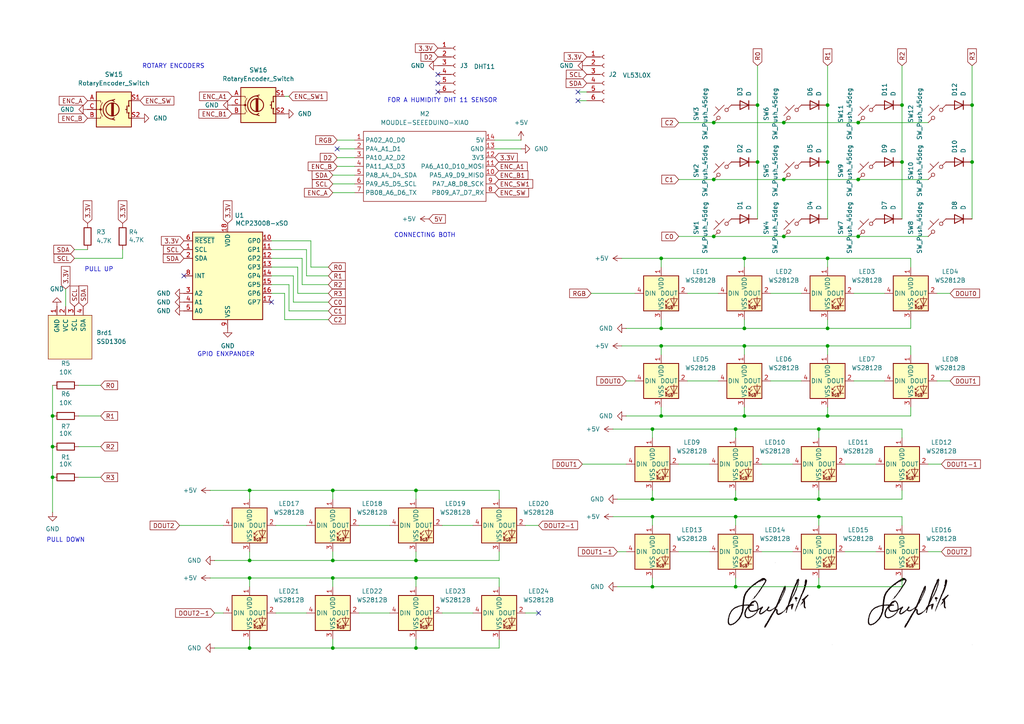
<source format=kicad_sch>
(kicad_sch (version 20231120) (generator "eeschema") (generator_version "8.0")
  (paper "A4")
  (junction (at 215.9 100.33))
  (junction (at 191.77 95.25))
  (junction (at 207.01 52.07))
  (junction (at 120.65 187.96))
  (junction (at 189.23 149.86))
  (junction (at 227.33 52.07))
  (junction (at 120.65 142.24))
  (junction (at 207.01 68.58))
  (junction (at 261.62 46.99))
  (junction (at 227.33 68.58))
  (junction (at 213.36 124.46))
  (junction (at 189.23 170.18))
  (junction (at 213.36 144.78))
  (junction (at 240.03 120.65))
  (junction (at 72.39 162.56))
  (junction (at 281.94 30.48))
  (junction (at 240.03 100.33))
  (junction (at 96.52 142.24))
  (junction (at 191.77 120.65))
  (junction (at 237.49 149.86))
  (junction (at 237.49 144.78))
  (junction (at 207.01 35.56))
  (junction (at 219.71 30.48))
  (junction (at 215.9 120.65))
  (junction (at 237.49 170.18))
  (junction (at 96.52 167.64))
  (junction (at 189.23 144.78))
  (junction (at 219.71 46.99))
  (junction (at 72.39 167.64))
  (junction (at 191.77 100.33))
  (junction (at 240.03 30.48))
  (junction (at 240.03 46.99))
  (junction (at 72.39 187.96))
  (junction (at 248.92 52.07))
  (junction (at 189.23 124.46))
  (junction (at 215.9 74.93))
  (junction (at 227.33 35.56))
  (junction (at 261.62 30.48))
  (junction (at 237.49 124.46))
  (junction (at 248.92 68.58))
  (junction (at 240.03 74.93))
  (junction (at 281.94 46.99))
  (junction (at 15.24 120.65))
  (junction (at 215.9 95.25))
  (junction (at 240.03 95.25))
  (junction (at 96.52 162.56))
  (junction (at 15.24 129.54))
  (junction (at 96.52 187.96))
  (junction (at 191.77 74.93))
  (junction (at 120.65 167.64))
  (junction (at 213.36 149.86))
  (junction (at 72.39 142.24))
  (junction (at 15.24 138.43))
  (junction (at 213.36 170.18))
  (junction (at 120.65 162.56))
  (junction (at 248.92 35.56))
  (no_connect (at 53.34 80.01))
  (no_connect (at 127 21.59))
  (no_connect (at 127 26.67))
  (no_connect (at 78.74 87.63))
  (no_connect (at 167.64 29.21))
  (no_connect (at 97.79 43.18))
  (no_connect (at 127 24.13))
  (no_connect (at 167.64 26.67))
  (no_connect (at 156.21 177.8))
  (wire (pts (xy 82.55 85.09) (xy 82.55 92.71)))
  (wire (pts (xy 196.85 52.07) (xy 207.01 52.07)))
  (wire (pts (xy 237.49 149.86) (xy 237.49 152.4)))
  (wire (pts (xy 120.65 167.64) (xy 120.65 170.18)))
  (wire (pts (xy 219.71 46.99) (xy 219.71 30.48)))
  (wire (pts (xy 87.63 74.93) (xy 78.74 74.93)))
  (wire (pts (xy 96.52 55.88) (xy 102.87 55.88)))
  (wire (pts (xy 248.92 68.58) (xy 269.24 68.58)))
  (wire (pts (xy 82.55 27.94) (xy 83.82 27.94)))
  (wire (pts (xy 189.23 142.24) (xy 189.23 144.78)))
  (wire (pts (xy 261.62 63.5) (xy 261.62 46.99)))
  (wire (pts (xy 189.23 149.86) (xy 189.23 152.4)))
  (wire (pts (xy 196.85 160.02) (xy 205.74 160.02)))
  (wire (pts (xy 88.9 72.39) (xy 78.74 72.39)))
  (wire (pts (xy 196.85 35.56) (xy 207.01 35.56)))
  (wire (pts (xy 191.77 95.25) (xy 215.9 95.25)))
  (wire (pts (xy 62.23 162.56) (xy 72.39 162.56)))
  (wire (pts (xy 82.55 92.71) (xy 95.25 92.71)))
  (wire (pts (xy 215.9 74.93) (xy 215.9 77.47)))
  (wire (pts (xy 223.52 85.09) (xy 232.41 85.09)))
  (wire (pts (xy 261.62 144.78) (xy 261.62 142.24)))
  (wire (pts (xy 189.23 124.46) (xy 189.23 127)))
  (wire (pts (xy 72.39 160.02) (xy 72.39 162.56)))
  (wire (pts (xy 104.14 152.4) (xy 113.03 152.4)))
  (wire (pts (xy 271.78 85.09) (xy 275.59 85.09)))
  (wire (pts (xy 215.9 100.33) (xy 240.03 100.33)))
  (wire (pts (xy 261.62 170.18) (xy 261.62 167.64)))
  (wire (pts (xy 189.23 144.78) (xy 213.36 144.78)))
  (wire (pts (xy 215.9 95.25) (xy 240.03 95.25)))
  (wire (pts (xy 97.79 48.26) (xy 102.87 48.26)))
  (wire (pts (xy 207.01 52.07) (xy 227.33 52.07)))
  (wire (pts (xy 220.98 160.02) (xy 229.87 160.02)))
  (wire (pts (xy 189.23 170.18) (xy 213.36 170.18)))
  (wire (pts (xy 247.65 110.49) (xy 256.54 110.49)))
  (wire (pts (xy 179.07 160.02) (xy 181.61 160.02)))
  (wire (pts (xy 213.36 149.86) (xy 237.49 149.86)))
  (wire (pts (xy 261.62 124.46) (xy 261.62 127)))
  (wire (pts (xy 22.86 138.43) (xy 29.21 138.43)))
  (wire (pts (xy 207.01 68.58) (xy 227.33 68.58)))
  (wire (pts (xy 281.94 63.5) (xy 281.94 46.99)))
  (wire (pts (xy 15.24 111.76) (xy 15.24 120.65)))
  (wire (pts (xy 199.39 110.49) (xy 208.28 110.49)))
  (wire (pts (xy 240.03 100.33) (xy 264.16 100.33)))
  (wire (pts (xy 191.77 100.33) (xy 191.77 102.87)))
  (wire (pts (xy 181.61 95.25) (xy 191.77 95.25)))
  (wire (pts (xy 245.11 160.02) (xy 254 160.02)))
  (wire (pts (xy 90.17 69.85) (xy 90.17 77.47)))
  (wire (pts (xy 35.56 72.39) (xy 35.56 74.93)))
  (wire (pts (xy 80.01 177.8) (xy 88.9 177.8)))
  (wire (pts (xy 60.96 167.64) (xy 72.39 167.64)))
  (wire (pts (xy 90.17 69.85) (xy 78.74 69.85)))
  (wire (pts (xy 248.92 35.56) (xy 269.24 35.56)))
  (wire (pts (xy 227.33 68.58) (xy 248.92 68.58)))
  (wire (pts (xy 220.98 134.62) (xy 229.87 134.62)))
  (wire (pts (xy 264.16 95.25) (xy 264.16 92.71)))
  (wire (pts (xy 15.24 138.43) (xy 15.24 129.54)))
  (wire (pts (xy 191.77 74.93) (xy 215.9 74.93)))
  (wire (pts (xy 83.82 82.55) (xy 83.82 90.17)))
  (wire (pts (xy 213.36 124.46) (xy 237.49 124.46)))
  (wire (pts (xy 96.52 53.34) (xy 102.87 53.34)))
  (wire (pts (xy 215.9 120.65) (xy 240.03 120.65)))
  (wire (pts (xy 19.05 83.82) (xy 19.05 88.9)))
  (wire (pts (xy 215.9 74.93) (xy 240.03 74.93)))
  (wire (pts (xy 213.36 124.46) (xy 213.36 127)))
  (wire (pts (xy 120.65 187.96) (xy 144.78 187.96)))
  (wire (pts (xy 240.03 74.93) (xy 240.03 77.47)))
  (wire (pts (xy 181.61 120.65) (xy 191.77 120.65)))
  (wire (pts (xy 177.8 124.46) (xy 189.23 124.46)))
  (wire (pts (xy 189.23 149.86) (xy 213.36 149.86)))
  (wire (pts (xy 215.9 118.11) (xy 215.9 120.65)))
  (wire (pts (xy 223.52 110.49) (xy 232.41 110.49)))
  (wire (pts (xy 281.94 19.05) (xy 281.94 30.48)))
  (wire (pts (xy 144.78 187.96) (xy 144.78 185.42)))
  (wire (pts (xy 240.03 95.25) (xy 264.16 95.25)))
  (wire (pts (xy 191.77 118.11) (xy 191.77 120.65)))
  (wire (pts (xy 120.65 185.42) (xy 120.65 187.96)))
  (wire (pts (xy 86.36 77.47) (xy 78.74 77.47)))
  (wire (pts (xy 240.03 46.99) (xy 240.03 30.48)))
  (wire (pts (xy 52.07 152.4) (xy 64.77 152.4)))
  (wire (pts (xy 120.65 167.64) (xy 144.78 167.64)))
  (wire (pts (xy 128.27 177.8) (xy 137.16 177.8)))
  (wire (pts (xy 62.23 187.96) (xy 72.39 187.96)))
  (wire (pts (xy 167.64 26.67) (xy 170.18 26.67)))
  (wire (pts (xy 80.01 152.4) (xy 88.9 152.4)))
  (wire (pts (xy 96.52 50.8) (xy 102.87 50.8)))
  (wire (pts (xy 96.52 185.42) (xy 96.52 187.96)))
  (wire (pts (xy 22.86 111.76) (xy 29.21 111.76)))
  (wire (pts (xy 213.36 149.86) (xy 213.36 152.4)))
  (wire (pts (xy 15.24 148.59) (xy 15.24 138.43)))
  (wire (pts (xy 168.91 134.62) (xy 181.61 134.62)))
  (wire (pts (xy 240.03 120.65) (xy 264.16 120.65)))
  (wire (pts (xy 237.49 124.46) (xy 261.62 124.46)))
  (wire (pts (xy 22.86 129.54) (xy 29.21 129.54)))
  (wire (pts (xy 180.34 74.93) (xy 191.77 74.93)))
  (wire (pts (xy 245.11 134.62) (xy 254 134.62)))
  (wire (pts (xy 96.52 160.02) (xy 96.52 162.56)))
  (wire (pts (xy 261.62 19.05) (xy 261.62 30.48)))
  (wire (pts (xy 87.63 82.55) (xy 95.25 82.55)))
  (wire (pts (xy 151.13 40.64) (xy 143.51 40.64)))
  (wire (pts (xy 152.4 177.8) (xy 156.21 177.8)))
  (wire (pts (xy 261.62 46.99) (xy 261.62 30.48)))
  (wire (pts (xy 219.71 63.5) (xy 219.71 46.99)))
  (wire (pts (xy 152.4 152.4) (xy 156.21 152.4)))
  (wire (pts (xy 191.77 92.71) (xy 191.77 95.25)))
  (wire (pts (xy 271.78 110.49) (xy 275.59 110.49)))
  (wire (pts (xy 104.14 177.8) (xy 113.03 177.8)))
  (wire (pts (xy 269.24 160.02) (xy 273.05 160.02)))
  (wire (pts (xy 97.79 43.18) (xy 102.87 43.18)))
  (wire (pts (xy 72.39 142.24) (xy 96.52 142.24)))
  (wire (pts (xy 72.39 142.24) (xy 72.39 144.78)))
  (wire (pts (xy 82.55 85.09) (xy 78.74 85.09)))
  (wire (pts (xy 179.07 170.18) (xy 189.23 170.18)))
  (wire (pts (xy 87.63 74.93) (xy 87.63 82.55)))
  (wire (pts (xy 96.52 142.24) (xy 96.52 144.78)))
  (wire (pts (xy 60.96 142.24) (xy 72.39 142.24)))
  (wire (pts (xy 72.39 187.96) (xy 96.52 187.96)))
  (wire (pts (xy 261.62 149.86) (xy 261.62 152.4)))
  (wire (pts (xy 90.17 77.47) (xy 95.25 77.47)))
  (wire (pts (xy 21.59 72.39) (xy 25.4 72.39)))
  (wire (pts (xy 72.39 167.64) (xy 96.52 167.64)))
  (wire (pts (xy 199.39 85.09) (xy 208.28 85.09)))
  (wire (pts (xy 151.13 43.18) (xy 143.51 43.18)))
  (wire (pts (xy 237.49 124.46) (xy 237.49 127)))
  (wire (pts (xy 240.03 92.71) (xy 240.03 95.25)))
  (wire (pts (xy 179.07 144.78) (xy 189.23 144.78)))
  (wire (pts (xy 88.9 72.39) (xy 88.9 80.01)))
  (wire (pts (xy 96.52 167.64) (xy 96.52 170.18)))
  (wire (pts (xy 281.94 46.99) (xy 281.94 30.48)))
  (wire (pts (xy 62.23 177.8) (xy 64.77 177.8)))
  (wire (pts (xy 237.49 167.64) (xy 237.49 170.18)))
  (wire (pts (xy 85.09 80.01) (xy 85.09 87.63)))
  (wire (pts (xy 227.33 52.07) (xy 248.92 52.07)))
  (wire (pts (xy 240.03 118.11) (xy 240.03 120.65)))
  (wire (pts (xy 96.52 167.64) (xy 120.65 167.64)))
  (wire (pts (xy 15.24 120.65) (xy 15.24 129.54)))
  (wire (pts (xy 83.82 82.55) (xy 78.74 82.55)))
  (wire (pts (xy 83.82 90.17) (xy 95.25 90.17)))
  (wire (pts (xy 269.24 134.62) (xy 273.05 134.62)))
  (wire (pts (xy 191.77 120.65) (xy 215.9 120.65)))
  (wire (pts (xy 181.61 110.49) (xy 184.15 110.49)))
  (wire (pts (xy 237.49 149.86) (xy 261.62 149.86)))
  (wire (pts (xy 213.36 144.78) (xy 237.49 144.78)))
  (wire (pts (xy 96.52 187.96) (xy 120.65 187.96)))
  (wire (pts (xy 177.8 149.86) (xy 189.23 149.86)))
  (wire (pts (xy 120.65 160.02) (xy 120.65 162.56)))
  (wire (pts (xy 22.86 120.65) (xy 29.21 120.65)))
  (wire (pts (xy 189.23 124.46) (xy 213.36 124.46)))
  (wire (pts (xy 215.9 100.33) (xy 215.9 102.87)))
  (wire (pts (xy 144.78 167.64) (xy 144.78 170.18)))
  (wire (pts (xy 86.36 77.47) (xy 86.36 85.09)))
  (wire (pts (xy 128.27 152.4) (xy 137.16 152.4)))
  (wire (pts (xy 240.03 74.93) (xy 264.16 74.93)))
  (wire (pts (xy 72.39 185.42) (xy 72.39 187.96)))
  (wire (pts (xy 120.65 162.56) (xy 144.78 162.56)))
  (wire (pts (xy 86.36 85.09) (xy 95.25 85.09)))
  (wire (pts (xy 207.01 35.56) (xy 227.33 35.56)))
  (wire (pts (xy 213.36 170.18) (xy 237.49 170.18)))
  (wire (pts (xy 97.79 45.72) (xy 102.87 45.72)))
  (wire (pts (xy 196.85 134.62) (xy 205.74 134.62)))
  (wire (pts (xy 72.39 167.64) (xy 72.39 170.18)))
  (wire (pts (xy 144.78 162.56) (xy 144.78 160.02)))
  (wire (pts (xy 191.77 100.33) (xy 215.9 100.33)))
  (wire (pts (xy 96.52 162.56) (xy 120.65 162.56)))
  (wire (pts (xy 191.77 74.93) (xy 191.77 77.47)))
  (wire (pts (xy 215.9 92.71) (xy 215.9 95.25)))
  (wire (pts (xy 196.85 68.58) (xy 207.01 68.58)))
  (wire (pts (xy 21.59 74.93) (xy 35.56 74.93)))
  (wire (pts (xy 237.49 144.78) (xy 261.62 144.78)))
  (wire (pts (xy 240.03 100.33) (xy 240.03 102.87)))
  (wire (pts (xy 189.23 167.64) (xy 189.23 170.18)))
  (wire (pts (xy 167.64 29.21) (xy 170.18 29.21)))
  (wire (pts (xy 247.65 85.09) (xy 256.54 85.09)))
  (wire (pts (xy 180.34 100.33) (xy 191.77 100.33)))
  (wire (pts (xy 240.03 63.5) (xy 240.03 46.99)))
  (wire (pts (xy 227.33 35.56) (xy 248.92 35.56)))
  (wire (pts (xy 85.09 87.63) (xy 95.25 87.63)))
  (wire (pts (xy 237.49 170.18) (xy 261.62 170.18)))
  (wire (pts (xy 120.65 142.24) (xy 144.78 142.24)))
  (wire (pts (xy 97.79 40.64) (xy 102.87 40.64)))
  (wire (pts (xy 213.36 167.64) (xy 213.36 170.18)))
  (wire (pts (xy 264.16 100.33) (xy 264.16 102.87)))
  (wire (pts (xy 88.9 80.01) (xy 95.25 80.01)))
  (wire (pts (xy 120.65 142.24) (xy 120.65 144.78)))
  (wire (pts (xy 96.52 142.24) (xy 120.65 142.24)))
  (wire (pts (xy 240.03 19.05) (xy 240.03 30.48)))
  (wire (pts (xy 264.16 120.65) (xy 264.16 118.11)))
  (wire (pts (xy 219.71 19.05) (xy 219.71 30.48)))
  (wire (pts (xy 248.92 52.07) (xy 269.24 52.07)))
  (wire (pts (xy 213.36 142.24) (xy 213.36 144.78)))
  (wire (pts (xy 171.45 85.09) (xy 184.15 85.09)))
  (wire (pts (xy 264.16 74.93) (xy 264.16 77.47)))
  (wire (pts (xy 72.39 162.56) (xy 96.52 162.56)))
  (wire (pts (xy 144.78 142.24) (xy 144.78 144.78)))
  (wire (pts (xy 85.09 80.01) (xy 78.74 80.01)))
  (wire (pts (xy 237.49 142.24) (xy 237.49 144.78)))
  (image (at 267.97 175.26) (scale 0.286498))
  (image (at 227.33 175.26) (scale 0.286498))
  (text "GPIO ENXPANDER" (at 65.532 102.87 0) (effects (font (size 1.27 1.27))))
  (text "PULL UP\n" (at 28.702 78.232 0) (effects (font (size 1.27 1.27))))
  (text "CONNECTING BOTH \n" (at 123.698 68.326 0) (effects (font (size 1.27 1.27))))
  (text "ROTARY ENCODERS\n\n" (at 50.292 20.32 0) (effects (font (size 1.27 1.27))))
  (text "FOR A HUMIDITY DHT 11 SENSOR \n" (at 128.778 29.21 0) (effects (font (size 1.27 1.27))))
  (text "PULL DOWN\n" (at 19.05 156.718 0) (effects (font (size 1.27 1.27))))
  (global_label "SCL" (shape input) (at 170.18 21.59 180) (property "Intersheetrefs" "${INTERSHEET_REFS}" (effects (hide yes))))
  (global_label "SDA" (shape input) (at 24.13 88.9 90) (property "Intersheetrefs" "${INTERSHEET_REFS}" (effects (hide yes))))
  (global_label "R3" (shape input) (at 281.94 19.05 90) (property "Intersheetrefs" "${INTERSHEET_REFS}" (effects (hide yes))))
  (global_label "DOUT2" (shape input) (at 273.05 160.02 0) (property "Intersheetrefs" "${INTERSHEET_REFS}" (effects (hide yes))))
  (global_label "SDA" (shape input) (at 96.52 50.8 180) (property "Intersheetrefs" "${INTERSHEET_REFS}" (effects (hide yes))))
  (global_label "C2" (shape input) (at 95.25 92.71 0) (property "Intersheetrefs" "${INTERSHEET_REFS}" (effects (hide yes))))
  (global_label "ENC_B1" (shape input) (at 67.31 33.02 180) (property "Intersheetrefs" "${INTERSHEET_REFS}" (effects (hide yes))))
  (global_label "RGB" (shape input) (at 97.79 40.64 180) (property "Intersheetrefs" "${INTERSHEET_REFS}" (effects (hide yes))))
  (global_label "SDA" (shape input) (at 53.34 74.93 180) (property "Intersheetrefs" "${INTERSHEET_REFS}" (effects (hide yes))))
  (global_label "DOUT1" (shape input) (at 275.59 110.49 0) (property "Intersheetrefs" "${INTERSHEET_REFS}" (effects (hide yes))))
  (global_label "DOUT2-1" (shape input) (at 156.21 152.4 0) (property "Intersheetrefs" "${INTERSHEET_REFS}" (effects (hide yes))))
  (global_label "C1" (shape input) (at 196.85 52.07 180) (property "Intersheetrefs" "${INTERSHEET_REFS}" (effects (hide yes))))
  (global_label "R3" (shape input) (at 29.21 138.43 0) (property "Intersheetrefs" "${INTERSHEET_REFS}" (effects (hide yes))))
  (global_label "SCL" (shape input) (at 21.59 88.9 90) (property "Intersheetrefs" "${INTERSHEET_REFS}" (effects (hide yes))))
  (global_label "3.3V" (shape input) (at 53.34 69.85 180) (property "Intersheetrefs" "${INTERSHEET_REFS}" (effects (hide yes))))
  (global_label "R2" (shape input) (at 29.21 129.54 0) (property "Intersheetrefs" "${INTERSHEET_REFS}" (effects (hide yes))))
  (global_label "SDA" (shape input) (at 21.59 72.39 180) (property "Intersheetrefs" "${INTERSHEET_REFS}" (effects (hide yes))))
  (global_label "ENC_A1" (shape input) (at 67.31 27.94 180) (property "Intersheetrefs" "${INTERSHEET_REFS}" (effects (hide yes))))
  (global_label "3.3V" (shape input) (at 66.04 64.77 90) (property "Intersheetrefs" "${INTERSHEET_REFS}" (effects (hide yes))))
  (global_label "C0" (shape input) (at 95.25 87.63 0) (property "Intersheetrefs" "${INTERSHEET_REFS}" (effects (hide yes))))
  (global_label "ENC_SW" (shape input) (at 143.51 55.88 0) (property "Intersheetrefs" "${INTERSHEET_REFS}" (effects (hide yes))))
  (global_label "SCL" (shape input) (at 21.59 74.93 180) (property "Intersheetrefs" "${INTERSHEET_REFS}" (effects (hide yes))))
  (global_label "C0" (shape input) (at 196.85 68.58 180) (property "Intersheetrefs" "${INTERSHEET_REFS}" (effects (hide yes))))
  (global_label "ENC_A" (shape input) (at 96.52 55.88 180) (property "Intersheetrefs" "${INTERSHEET_REFS}" (effects (hide yes))))
  (global_label "ENC_A1" (shape input) (at 143.51 48.26 0) (property "Intersheetrefs" "${INTERSHEET_REFS}" (effects (hide yes))))
  (global_label "SCL" (shape input) (at 53.34 72.39 180) (property "Intersheetrefs" "${INTERSHEET_REFS}" (effects (hide yes))))
  (global_label "R0" (shape input) (at 219.71 19.05 90) (property "Intersheetrefs" "${INTERSHEET_REFS}" (effects (hide yes))))
  (global_label "3.3V" (shape input) (at 127 13.97 180) (property "Intersheetrefs" "${INTERSHEET_REFS}" (effects (hide yes))))
  (global_label "DOUT2" (shape input) (at 52.07 152.4 180) (property "Intersheetrefs" "${INTERSHEET_REFS}" (effects (hide yes))))
  (global_label "RGB" (shape input) (at 171.45 85.09 180) (property "Intersheetrefs" "${INTERSHEET_REFS}" (effects (hide yes))))
  (global_label "ENC_B1" (shape input) (at 143.51 50.8 0) (property "Intersheetrefs" "${INTERSHEET_REFS}" (effects (hide yes))))
  (global_label "ENC_B" (shape input) (at 25.4 34.29 180) (property "Intersheetrefs" "${INTERSHEET_REFS}" (effects (hide yes))))
  (global_label "DOUT1-1" (shape input) (at 179.07 160.02 180) (property "Intersheetrefs" "${INTERSHEET_REFS}" (effects (hide yes))))
  (global_label "ENC_SW1" (shape input) (at 83.82 27.94 0) (property "Intersheetrefs" "${INTERSHEET_REFS}" (effects (hide yes))))
  (global_label "D2" (shape input) (at 97.79 45.72 180) (property "Intersheetrefs" "${INTERSHEET_REFS}" (effects (hide yes))))
  (global_label "DOUT0" (shape input) (at 181.61 110.49 180) (property "Intersheetrefs" "${INTERSHEET_REFS}" (effects (hide yes))))
  (global_label "DOUT1-1" (shape input) (at 273.05 134.62 0) (property "Intersheetrefs" "${INTERSHEET_REFS}" (effects (hide yes))))
  (global_label "3.3V" (shape input) (at 170.18 16.51 180) (property "Intersheetrefs" "${INTERSHEET_REFS}" (effects (hide yes))))
  (global_label "3.3V" (shape input) (at 35.56 64.77 90) (property "Intersheetrefs" "${INTERSHEET_REFS}" (effects (hide yes))))
  (global_label "ENC_A" (shape input) (at 25.4 29.21 180) (property "Intersheetrefs" "${INTERSHEET_REFS}" (effects (hide yes))))
  (global_label "ENC_B" (shape input) (at 97.79 48.26 180) (property "Intersheetrefs" "${INTERSHEET_REFS}" (effects (hide yes))))
  (global_label "5V" (shape input) (at 124.46 63.5 0) (property "Intersheetrefs" "${INTERSHEET_REFS}" (effects (hide yes))))
  (global_label "3.3V" (shape input) (at 19.05 83.82 90) (property "Intersheetrefs" "${INTERSHEET_REFS}" (effects (hide yes))))
  (global_label "DOUT1" (shape input) (at 168.91 134.62 180) (property "Intersheetrefs" "${INTERSHEET_REFS}" (effects (hide yes))))
  (global_label "DOUT0" (shape input) (at 275.59 85.09 0) (property "Intersheetrefs" "${INTERSHEET_REFS}" (effects (hide yes))))
  (global_label "C2" (shape input) (at 196.85 35.56 180) (property "Intersheetrefs" "${INTERSHEET_REFS}" (effects (hide yes))))
  (global_label "R1" (shape input) (at 95.25 80.01 0) (property "Intersheetrefs" "${INTERSHEET_REFS}" (effects (hide yes))))
  (global_label "R3" (shape input) (at 95.25 85.09 0) (property "Intersheetrefs" "${INTERSHEET_REFS}" (effects (hide yes))))
  (global_label "ENC_SW1" (shape input) (at 143.51 53.34 0) (property "Intersheetrefs" "${INTERSHEET_REFS}" (effects (hide yes))))
  (global_label "R2" (shape input) (at 95.25 82.55 0) (property "Intersheetrefs" "${INTERSHEET_REFS}" (effects (hide yes))))
  (global_label "R2" (shape input) (at 261.62 19.05 90) (property "Intersheetrefs" "${INTERSHEET_REFS}" (effects (hide yes))))
  (global_label "R1" (shape input) (at 240.03 19.05 90) (property "Intersheetrefs" "${INTERSHEET_REFS}" (effects (hide yes))))
  (global_label "R0" (shape input) (at 95.25 77.47 0) (property "Intersheetrefs" "${INTERSHEET_REFS}" (effects (hide yes))))
  (global_label "R0" (shape input) (at 29.21 111.76 0) (property "Intersheetrefs" "${INTERSHEET_REFS}" (effects (hide yes))))
  (global_label "C1" (shape input) (at 95.25 90.17 0) (property "Intersheetrefs" "${INTERSHEET_REFS}" (effects (hide yes))))
  (global_label "SCL" (shape input) (at 96.52 53.34 180) (property "Intersheetrefs" "${INTERSHEET_REFS}" (effects (hide yes))))
  (global_label "DOUT2-1" (shape input) (at 62.23 177.8 180) (property "Intersheetrefs" "${INTERSHEET_REFS}" (effects (hide yes))))
  (global_label "R1" (shape input) (at 29.21 120.65 0) (property "Intersheetrefs" "${INTERSHEET_REFS}" (effects (hide yes))))
  (global_label "D2" (shape input) (at 127 16.51 180) (property "Intersheetrefs" "${INTERSHEET_REFS}" (effects (hide yes))))
  (global_label "ENC_SW" (shape input) (at 40.64 29.21 0) (property "Intersheetrefs" "${INTERSHEET_REFS}" (effects (hide yes))))
  (global_label "3.3V" (shape input) (at 25.4 64.77 90) (property "Intersheetrefs" "${INTERSHEET_REFS}" (effects (hide yes))))
  (global_label "SDA" (shape input) (at 170.18 24.13 180) (property "Intersheetrefs" "${INTERSHEET_REFS}" (effects (hide yes))))
  (global_label "3.3V" (shape input) (at 143.51 45.72 0) (property "Intersheetrefs" "${INTERSHEET_REFS}" (effects (hide yes))))
  (symbol (lib_id "power:+5V") (at 60.96 167.64 90) (unit 1)
    (property "Reference" "#PWR027" (effects (hide yes)))
    (property "Value" "+5V" (at 57.15 167.6399 90) (effects (justify left)))
    (property "Description" "Power symbol creates a global label with name \"+5V\"" (effects (hide yes)))
  )
  (symbol (lib_id "LED:WS2812B") (at 96.52 177.8 0) (unit 1)
    (property "Reference" "LED22" (at 107.95 171.4814 0))
    (property "Value" "WS2812B" (at 107.95 174.0214 0))
    (property "Footprint" "LED_SMD:LED_WS2812B_PLCC4_5.0x5.0mm_P3.2mm" (effects (hide yes)))
    (property "Datasheet" "https://cdn-shop.adafruit.com/datasheets/WS2812B.pdf" (effects (hide yes)))
    (property "Description" "RGB LED with integrated controller" (effects (hide yes)))
  )
  (symbol (lib_id "LED:WS2812B") (at 264.16 110.49 0) (unit 1)
    (property "Reference" "LED8" (at 275.59 104.1714 0))
    (property "Value" "WS2812B" (at 275.59 106.7114 0))
    (property "Footprint" "LED_SMD:LED_WS2812B_PLCC4_5.0x5.0mm_P3.2mm" (effects (hide yes)))
    (property "Datasheet" "https://cdn-shop.adafruit.com/datasheets/WS2812B.pdf" (effects (hide yes)))
    (property "Description" "RGB LED with integrated controller" (effects (hide yes)))
  )
  (symbol (lib_id "Switch:SW_Push_45deg") (at 209.55 66.04 90) (unit 1)
    (property "Reference" "SW1" (at 201.93 66.04 0))
    (property "Value" "SW_Push_45deg" (at 204.47 66.04 0))
    (property "Footprint" "Button_Switch_Keyboard:SW_Cherry_MX_1.00u_PCB" (effects (hide yes)))
    (property "Description" "Push button switch, normally open, two pins, 45° tilted" (effects (hide yes)))
  )
  (symbol (lib_id "power:GND") (at 62.23 187.96 270) (unit 1)
    (property "Reference" "#PWR029" (effects (hide yes)))
    (property "Value" "GND" (at 58.42 187.9599 90) (effects (justify right)))
    (property "Description" "Power symbol creates a global label with name \"GND\" , ground" (effects (hide yes)))
  )
  (symbol (lib_id "power:+5V") (at 124.46 63.5 90) (unit 1)
    (property "Reference" "#PWR020" (effects (hide yes)))
    (property "Value" "+5V" (at 120.65 63.4999 90) (effects (justify left)))
    (property "Description" "Power symbol creates a global label with name \"+5V\"" (effects (hide yes)))
  )
  (symbol (lib_id "Device:D") (at 236.22 30.48 180) (unit 1)
    (property "Reference" "D6" (at 234.9499 27.94 90) (effects (justify right)))
    (property "Value" "D" (at 237.4899 27.94 90) (effects (justify right)))
    (property "Footprint" "Diode_THT:D_DO-35_SOD27_P7.62mm_Horizontal" (effects (hide yes)))
    (property "Description" "Diode" (effects (hide yes)))
    (property "Sim.Device" "D" (effects (hide yes)))
    (property "Sim.Pins" "1=K 2=A" (effects (hide yes)))
  )
  (symbol (lib_id "Device:D") (at 278.13 30.48 180) (unit 1)
    (property "Reference" "D12" (at 276.8599 27.94 90) (effects (justify right)))
    (property "Value" "D" (at 279.3999 27.94 90) (effects (justify right)))
    (property "Footprint" "Diode_THT:D_DO-35_SOD27_P7.62mm_Horizontal" (effects (hide yes)))
    (property "Description" "Diode" (effects (hide yes)))
    (property "Sim.Device" "D" (effects (hide yes)))
    (property "Sim.Pins" "1=K 2=A" (effects (hide yes)))
  )
  (symbol (lib_id "power:GND") (at 181.61 120.65 270) (unit 1)
    (property "Reference" "#PWR05" (effects (hide yes)))
    (property "Value" "GND" (at 177.8 120.6499 90) (effects (justify right)))
    (property "Description" "Power symbol creates a global label with name \"GND\" , ground" (effects (hide yes)))
  )
  (symbol (lib_id "Switch:SW_Push_45deg") (at 271.78 66.04 90) (unit 1)
    (property "Reference" "SW8" (at 264.16 66.04 0))
    (property "Value" "SW_Push_45deg" (at 266.7 66.04 0))
    (property "Footprint" "Button_Switch_Keyboard:SW_Cherry_MX_1.00u_PCB" (effects (hide yes)))
    (property "Description" "Push button switch, normally open, two pins, 45° tilted" (effects (hide yes)))
  )
  (symbol (lib_id "power:GND") (at 181.61 95.25 270) (unit 1)
    (property "Reference" "#PWR04" (effects (hide yes)))
    (property "Value" "GND" (at 177.8 95.2499 90) (effects (justify right)))
    (property "Description" "Power symbol creates a global label with name \"GND\" , ground" (effects (hide yes)))
  )
  (symbol (lib_id "power:GND") (at 40.64 34.29 90) (unit 1)
    (property "Reference" "#PWR018" (effects (hide yes)))
    (property "Value" "GND" (at 44.45 34.2899 90) (effects (justify right)))
    (property "Description" "Power symbol creates a global label with name \"GND\" , ground" (effects (hide yes)))
  )
  (symbol (lib_id "Switch:SW_Push_45deg") (at 229.87 33.02 90) (unit 1)
    (property "Reference" "SW6" (at 222.25 33.02 0))
    (property "Value" "SW_Push_45deg" (at 224.79 33.02 0))
    (property "Footprint" "Button_Switch_Keyboard:SW_Cherry_MX_1.00u_PCB" (effects (hide yes)))
    (property "Description" "Push button switch, normally open, two pins, 45° tilted" (effects (hide yes)))
  )
  (symbol (lib_id "Switch:SW_Push_45deg") (at 251.46 33.02 90) (unit 1)
    (property "Reference" "SW11" (at 243.84 33.02 0))
    (property "Value" "SW_Push_45deg" (at 246.38 33.02 0))
    (property "Footprint" "Button_Switch_Keyboard:SW_Cherry_MX_1.00u_PCB" (effects (hide yes)))
    (property "Description" "Push button switch, normally open, two pins, 45° tilted" (effects (hide yes)))
  )
  (symbol (lib_id "SSD1306-128x64_OLED:SSD1306") (at 20.32 97.79 0) (unit 1)
    (property "Reference" "Brd1" (at 27.94 96.5199 0) (effects (justify left)))
    (property "Value" "SSD1306" (at 27.94 99.0599 0) (effects (justify left)))
    (property "Footprint" "screen:SSD1306_0.96_Oled" (effects (hide yes)))
    (property "Description" "SSD1306 OLED" (effects (hide yes)))
  )
  (symbol (lib_id "Device:D") (at 257.81 46.99 180) (unit 1)
    (property "Reference" "D9" (at 256.5399 44.45 90) (effects (justify right)))
    (property "Value" "D" (at 259.0799 44.45 90) (effects (justify right)))
    (property "Footprint" "Diode_THT:D_DO-35_SOD27_P7.62mm_Horizontal" (effects (hide yes)))
    (property "Description" "Diode" (effects (hide yes)))
    (property "Sim.Device" "D" (effects (hide yes)))
    (property "Sim.Pins" "1=K 2=A" (effects (hide yes)))
  )
  (symbol (lib_id "LED:WS2812B") (at 264.16 85.09 0) (unit 1)
    (property "Reference" "LED4" (at 275.59 78.7714 0))
    (property "Value" "WS2812B" (at 275.59 81.3114 0))
    (property "Footprint" "LED_SMD:LED_WS2812B_PLCC4_5.0x5.0mm_P3.2mm" (effects (hide yes)))
    (property "Datasheet" "https://cdn-shop.adafruit.com/datasheets/WS2812B.pdf" (effects (hide yes)))
    (property "Description" "RGB LED with integrated controller" (effects (hide yes)))
  )
  (symbol (lib_id "LED:WS2812B") (at 72.39 152.4 0) (unit 1)
    (property "Reference" "LED17" (at 83.82 146.0814 0))
    (property "Value" "WS2812B" (at 83.82 148.6214 0))
    (property "Footprint" "LED_SMD:LED_WS2812B_PLCC4_5.0x5.0mm_P3.2mm" (effects (hide yes)))
    (property "Datasheet" "https://cdn-shop.adafruit.com/datasheets/WS2812B.pdf" (effects (hide yes)))
    (property "Description" "RGB LED with integrated controller" (effects (hide yes)))
  )
  (symbol (lib_id "LED:WS2812B") (at 215.9 85.09 0) (unit 1)
    (property "Reference" "LED2" (at 227.33 78.7714 0))
    (property "Value" "WS2812B" (at 227.33 81.3114 0))
    (property "Footprint" "LED_SMD:LED_WS2812B_PLCC4_5.0x5.0mm_P3.2mm" (effects (hide yes)))
    (property "Datasheet" "https://cdn-shop.adafruit.com/datasheets/WS2812B.pdf" (effects (hide yes)))
    (property "Description" "RGB LED with integrated controller" (effects (hide yes)))
  )
  (symbol (lib_id "LED:WS2812B") (at 237.49 160.02 0) (unit 1)
    (property "Reference" "LED15" (at 248.92 153.7014 0))
    (property "Value" "WS2812B" (at 248.92 156.2414 0))
    (property "Footprint" "LED_SMD:LED_WS2812B_PLCC4_5.0x5.0mm_P3.2mm" (effects (hide yes)))
    (property "Datasheet" "https://cdn-shop.adafruit.com/datasheets/WS2812B.pdf" (effects (hide yes)))
    (property "Description" "RGB LED with integrated controller" (effects (hide yes)))
  )
  (symbol (lib_id "power:+5V") (at 177.8 124.46 90) (unit 1)
    (property "Reference" "#PWR013" (effects (hide yes)))
    (property "Value" "+5V" (at 173.99 124.4599 90) (effects (justify left)))
    (property "Description" "Power symbol creates a global label with name \"+5V\"" (effects (hide yes)))
  )
  (symbol (lib_id "Device:D") (at 215.9 46.99 180) (unit 1)
    (property "Reference" "D2" (at 214.6299 44.45 90) (effects (justify right)))
    (property "Value" "D" (at 217.1699 44.45 90) (effects (justify right)))
    (property "Footprint" "Diode_THT:D_DO-35_SOD27_P7.62mm_Horizontal" (effects (hide yes)))
    (property "Description" "Diode" (effects (hide yes)))
    (property "Sim.Device" "D" (effects (hide yes)))
    (property "Sim.Pins" "1=K 2=A" (effects (hide yes)))
  )
  (symbol (lib_id "LED:WS2812B") (at 96.52 152.4 0) (unit 1)
    (property "Reference" "LED18" (at 107.95 146.0814 0))
    (property "Value" "WS2812B" (at 107.95 148.6214 0))
    (property "Footprint" "LED_SMD:LED_WS2812B_PLCC4_5.0x5.0mm_P3.2mm" (effects (hide yes)))
    (property "Datasheet" "https://cdn-shop.adafruit.com/datasheets/WS2812B.pdf" (effects (hide yes)))
    (property "Description" "RGB LED with integrated controller" (effects (hide yes)))
  )
  (symbol (lib_id "LED:WS2812B") (at 261.62 160.02 0) (unit 1)
    (property "Reference" "LED16" (at 273.05 153.7014 0))
    (property "Value" "WS2812B" (at 273.05 156.2414 0))
    (property "Footprint" "LED_SMD:LED_WS2812B_PLCC4_5.0x5.0mm_P3.2mm" (effects (hide yes)))
    (property "Datasheet" "https://cdn-shop.adafruit.com/datasheets/WS2812B.pdf" (effects (hide yes)))
    (property "Description" "RGB LED with integrated controller" (effects (hide yes)))
  )
  (symbol (lib_id "LED:WS2812B") (at 213.36 134.62 0) (unit 1)
    (property "Reference" "LED10" (at 224.79 128.3014 0))
    (property "Value" "WS2812B" (at 224.79 130.8414 0))
    (property "Footprint" "LED_SMD:LED_WS2812B_PLCC4_5.0x5.0mm_P3.2mm" (effects (hide yes)))
    (property "Datasheet" "https://cdn-shop.adafruit.com/datasheets/WS2812B.pdf" (effects (hide yes)))
    (property "Description" "RGB LED with integrated controller" (effects (hide yes)))
  )
  (symbol (lib_id "Switch:SW_Push_45deg") (at 251.46 49.53 90) (unit 1)
    (property "Reference" "SW9" (at 243.84 49.53 0))
    (property "Value" "SW_Push_45deg" (at 246.38 49.53 0))
    (property "Footprint" "Button_Switch_Keyboard:SW_Cherry_MX_1.00u_PCB" (effects (hide yes)))
    (property "Description" "Push button switch, normally open, two pins, 45° tilted" (effects (hide yes)))
  )
  (symbol (lib_id "LED:WS2812B") (at 120.65 152.4 0) (unit 1)
    (property "Reference" "LED19" (at 132.08 146.0814 0))
    (property "Value" "WS2812B" (at 132.08 148.6214 0))
    (property "Footprint" "LED_SMD:LED_WS2812B_PLCC4_5.0x5.0mm_P3.2mm" (effects (hide yes)))
    (property "Datasheet" "https://cdn-shop.adafruit.com/datasheets/WS2812B.pdf" (effects (hide yes)))
    (property "Description" "RGB LED with integrated controller" (effects (hide yes)))
  )
  (symbol (lib_id "power:GND") (at 179.07 170.18 270) (unit 1)
    (property "Reference" "#PWR025" (effects (hide yes)))
    (property "Value" "GND" (at 175.26 170.1799 90) (effects (justify right)))
    (property "Description" "Power symbol creates a global label with name \"GND\" , ground" (effects (hide yes)))
  )
  (symbol (lib_id "Switch:SW_Push_45deg") (at 209.55 49.53 90) (unit 1)
    (property "Reference" "SW2" (at 201.93 49.53 0))
    (property "Value" "SW_Push_45deg" (at 204.47 49.53 0))
    (property "Footprint" "Button_Switch_Keyboard:SW_Cherry_MX_1.00u_PCB" (effects (hide yes)))
    (property "Description" "Push button switch, normally open, two pins, 45° tilted" (effects (hide yes)))
  )
  (symbol (lib_id "LED:WS2812B") (at 261.62 134.62 0) (unit 1)
    (property "Reference" "LED12" (at 273.05 128.3014 0))
    (property "Value" "WS2812B" (at 273.05 130.8414 0))
    (property "Footprint" "LED_SMD:LED_WS2812B_PLCC4_5.0x5.0mm_P3.2mm" (effects (hide yes)))
    (property "Datasheet" "https://cdn-shop.adafruit.com/datasheets/WS2812B.pdf" (effects (hide yes)))
    (property "Description" "RGB LED with integrated controller" (effects (hide yes)))
  )
  (symbol (lib_id "power:GND") (at 66.04 95.25 0) (unit 1)
    (property "Reference" "#PWR019" (effects (hide yes)))
    (property "Value" "GND" (at 66.04 100.33 0))
    (property "Description" "Power symbol creates a global label with name \"GND\" , ground" (effects (hide yes)))
  )
  (symbol (lib_id "Connector:Conn_01x06_Socket") (at 132.08 19.05 0) (unit 1)
    (property "Reference" "J3" (at 133.35 19.0499 0) (effects (justify left)))
    (property "Value" "DHT11" (at 137.414 19.304 0) (effects (justify left)))
    (property "Footprint" "Connector_PinHeader_2.54mm:PinHeader_1x06_P2.54mm_Vertical" (effects (hide yes)))
    (property "Description" "Generic connector, single row, 01x06, script generated" (effects (hide yes)))
  )
  (symbol (lib_id "power:GND") (at 170.18 19.05 270) (unit 1)
    (property "Reference" "#PWR012" (effects (hide yes)))
    (property "Value" "GND" (at 166.37 19.0499 90) (effects (justify right)))
    (property "Description" "Power symbol creates a global label with name \"GND\" , ground" (effects (hide yes)))
  )
  (symbol (lib_id "Switch:SW_Push_45deg") (at 251.46 66.04 90) (unit 1)
    (property "Reference" "SW7" (at 243.84 66.04 0))
    (property "Value" "SW_Push_45deg" (at 246.38 66.04 0))
    (property "Footprint" "Button_Switch_Keyboard:SW_Cherry_MX_1.00u_PCB" (effects (hide yes)))
    (property "Description" "Push button switch, normally open, two pins, 45° tilted" (effects (hide yes)))
  )
  (symbol (lib_id "power:GND") (at 67.31 30.48 270) (unit 1)
    (property "Reference" "#PWR01" (effects (hide yes)))
    (property "Value" "GND" (at 63.5 30.4799 90) (effects (justify right)))
    (property "Description" "Power symbol creates a global label with name \"GND\" , ground" (effects (hide yes)))
  )
  (symbol (lib_id "power:+5V") (at 177.8 149.86 90) (unit 1)
    (property "Reference" "#PWR014" (effects (hide yes)))
    (property "Value" "+5V" (at 173.99 149.8599 90) (effects (justify left)))
    (property "Description" "Power symbol creates a global label with name \"+5V\"" (effects (hide yes)))
  )
  (symbol (lib_id "LED:WS2812B") (at 191.77 110.49 0) (unit 1)
    (property "Reference" "LED5" (at 203.2 104.1714 0))
    (property "Value" "WS2812B" (at 203.2 106.7114 0))
    (property "Footprint" "LED_SMD:LED_WS2812B_PLCC4_5.0x5.0mm_P3.2mm" (effects (hide yes)))
    (property "Datasheet" "https://cdn-shop.adafruit.com/datasheets/WS2812B.pdf" (effects (hide yes)))
    (property "Description" "RGB LED with integrated controller" (effects (hide yes)))
  )
  (symbol (lib_id "Device:RotaryEncoder_Switch") (at 33.02 31.75 0) (unit 1)
    (property "Reference" "SW15" (at 33.02 21.59 0))
    (property "Value" "RotaryEncoder_Switch" (at 33.02 24.13 0))
    (property "Footprint" "Rotary_Encoder:RotaryEncoder_Alps_EC11E-Switch_Vertical_H20mm" (effects (hide yes)))
    (property "Description" "Rotary encoder, dual channel, incremental quadrate outputs, with switch" (effects (hide yes)))
  )
  (symbol (lib_id "Switch:SW_Push_45deg") (at 271.78 49.53 90) (unit 1)
    (property "Reference" "SW10" (at 264.16 49.53 0))
    (property "Value" "SW_Push_45deg" (at 266.7 49.53 0))
    (property "Footprint" "Button_Switch_Keyboard:SW_Cherry_MX_1.00u_PCB" (effects (hide yes)))
    (property "Description" "Push button switch, normally open, two pins, 45° tilted" (effects (hide yes)))
  )
  (symbol (lib_id "Device:D") (at 278.13 46.99 180) (unit 1)
    (property "Reference" "D10" (at 276.8599 44.45 90) (effects (justify right)))
    (property "Value" "D" (at 279.3999 44.45 90) (effects (justify right)))
    (property "Footprint" "Diode_THT:D_DO-35_SOD27_P7.62mm_Horizontal" (effects (hide yes)))
    (property "Description" "Diode" (effects (hide yes)))
    (property "Sim.Device" "D" (effects (hide yes)))
    (property "Sim.Pins" "1=K 2=A" (effects (hide yes)))
  )
  (symbol (lib_id "power:GND") (at 62.23 162.56 270) (unit 1)
    (property "Reference" "#PWR028" (effects (hide yes)))
    (property "Value" "GND" (at 58.42 162.5599 90) (effects (justify right)))
    (property "Description" "Power symbol creates a global label with name \"GND\" , ground" (effects (hide yes)))
  )
  (symbol (lib_id "Device:R") (at 19.05 111.76 90) (unit 1)
    (property "Reference" "R5" (at 19.05 105.41 90))
    (property "Value" "10K" (at 19.05 107.95 90))
    (property "Footprint" "Resistor_SMD:R_0805_2012Metric_Pad1.20x1.40mm_HandSolder" (effects (hide yes)))
    (property "Description" "Resistor" (effects (hide yes)))
  )
  (symbol (lib_id "power:GND") (at 15.24 148.59 0) (unit 1)
    (property "Reference" "#PWR021" (effects (hide yes)))
    (property "Value" "GND" (at 15.24 153.416 0))
    (property "Description" "Power symbol creates a global label with name \"GND\" , ground" (effects (hide yes)))
  )
  (symbol (lib_id "LED:WS2812B") (at 189.23 160.02 0) (unit 1)
    (property "Reference" "LED13" (at 200.66 153.7014 0))
    (property "Value" "WS2812B" (at 200.66 156.2414 0))
    (property "Footprint" "LED_SMD:LED_WS2812B_PLCC4_5.0x5.0mm_P3.2mm" (effects (hide yes)))
    (property "Datasheet" "https://cdn-shop.adafruit.com/datasheets/WS2812B.pdf" (effects (hide yes)))
    (property "Description" "RGB LED with integrated controller" (effects (hide yes)))
  )
  (symbol (lib_id "Switch:SW_Push_45deg") (at 271.78 33.02 90) (unit 1)
    (property "Reference" "SW12" (at 264.16 33.02 0))
    (property "Value" "SW_Push_45deg" (at 266.7 33.02 0))
    (property "Footprint" "Button_Switch_Keyboard:SW_Cherry_MX_1.00u_PCB" (effects (hide yes)))
    (property "Description" "Push button switch, normally open, two pins, 45° tilted" (effects (hide yes)))
  )
  (symbol (lib_id "Connector:Conn_01x06_Socket") (at 175.26 21.59 0) (unit 1)
    (property "Reference" "J2" (at 176.53 21.5899 0) (effects (justify left)))
    (property "Value" "VL53L0X " (at 180.594 21.844 0) (effects (justify left)))
    (property "Footprint" "Connector_PinHeader_2.54mm:PinHeader_1x06_P2.54mm_Vertical" (effects (hide yes)))
    (property "Description" "Generic connector, single row, 01x06, script generated" (effects (hide yes)))
  )
  (symbol (lib_id "Device:D") (at 215.9 30.48 180) (unit 1)
    (property "Reference" "D3" (at 214.6299 27.94 90) (effects (justify right)))
    (property "Value" "D" (at 217.1699 27.94 90) (effects (justify right)))
    (property "Footprint" "Diode_THT:D_DO-35_SOD27_P7.62mm_Horizontal" (effects (hide yes)))
    (property "Description" "Diode" (effects (hide yes)))
    (property "Sim.Device" "D" (effects (hide yes)))
    (property "Sim.Pins" "1=K 2=A" (effects (hide yes)))
  )
  (symbol (lib_id "power:GND") (at 127 19.05 270) (unit 1)
    (property "Reference" "#PWR011" (effects (hide yes)))
    (property "Value" "GND" (at 123.19 19.0499 90) (effects (justify right)))
    (property "Description" "Power symbol creates a global label with name \"GND\" , ground" (effects (hide yes)))
  )
  (symbol (lib_id "Device:R") (at 19.05 120.65 90) (unit 1)
    (property "Reference" "R6" (at 19.05 114.3 90))
    (property "Value" "10K" (at 19.05 116.84 90))
    (property "Footprint" "Resistor_SMD:R_0805_2012Metric_Pad1.20x1.40mm_HandSolder" (effects (hide yes)))
    (property "Description" "Resistor" (effects (hide yes)))
  )
  (symbol (lib_id "power:+5V") (at 151.13 40.64 0) (unit 1)
    (property "Reference" "#PWR022" (effects (hide yes)))
    (property "Value" "+5V" (at 151.13 35.56 0))
    (property "Description" "Power symbol creates a global label with name \"+5V\"" (effects (hide yes)))
  )
  (symbol (lib_id "LED:WS2812B") (at 72.39 177.8 0) (unit 1)
    (property "Reference" "LED21" (at 83.82 171.4814 0))
    (property "Value" "WS2812B" (at 83.82 174.0214 0))
    (property "Footprint" "LED_SMD:LED_WS2812B_PLCC4_5.0x5.0mm_P3.2mm" (effects (hide yes)))
    (property "Datasheet" "https://cdn-shop.adafruit.com/datasheets/WS2812B.pdf" (effects (hide yes)))
    (property "Description" "RGB LED with integrated controller" (effects (hide yes)))
  )
  (symbol (lib_id "LED:WS2812B") (at 120.65 177.8 0) (unit 1)
    (property "Reference" "LED23" (at 132.08 171.4814 0))
    (property "Value" "WS2812B" (at 132.08 174.0214 0))
    (property "Footprint" "LED_SMD:LED_WS2812B_PLCC4_5.0x5.0mm_P3.2mm" (effects (hide yes)))
    (property "Datasheet" "https://cdn-shop.adafruit.com/datasheets/WS2812B.pdf" (effects (hide yes)))
    (property "Description" "RGB LED with integrated controller" (effects (hide yes)))
  )
  (symbol (lib_id "Device:D") (at 236.22 46.99 180) (unit 1)
    (property "Reference" "D5" (at 234.9499 44.45 90) (effects (justify right)))
    (property "Value" "D" (at 237.4899 44.45 90) (effects (justify right)))
    (property "Footprint" "Diode_THT:D_DO-35_SOD27_P7.62mm_Horizontal" (effects (hide yes)))
    (property "Description" "Diode" (effects (hide yes)))
    (property "Sim.Device" "D" (effects (hide yes)))
    (property "Sim.Pins" "1=K 2=A" (effects (hide yes)))
  )
  (symbol (lib_id "power:+5V") (at 180.34 100.33 90) (unit 1)
    (property "Reference" "#PWR03" (effects (hide yes)))
    (property "Value" "+5V" (at 176.53 100.3299 90) (effects (justify left)))
    (property "Description" "Power symbol creates a global label with name \"+5V\"" (effects (hide yes)))
  )
  (symbol (lib_id "power:GND") (at 25.4 31.75 270) (unit 1)
    (property "Reference" "#PWR016" (effects (hide yes)))
    (property "Value" "GND" (at 21.59 31.7499 90) (effects (justify right)))
    (property "Description" "Power symbol creates a global label with name \"GND\" , ground" (effects (hide yes)))
  )
  (symbol (lib_id "Device:RotaryEncoder_Switch") (at 74.93 30.48 0) (unit 1)
    (property "Reference" "SW16" (at 74.93 20.32 0))
    (property "Value" "RotaryEncoder_Switch" (at 74.93 22.86 0))
    (property "Footprint" "Rotary_Encoder:RotaryEncoder_Alps_EC11E-Switch_Vertical_H20mm" (effects (hide yes)))
    (property "Description" "Rotary encoder, dual channel, incremental quadrate outputs, with switch" (effects (hide yes)))
  )
  (symbol (lib_id "LED:WS2812B") (at 191.77 85.09 0) (unit 1)
    (property "Reference" "LED1" (at 203.2 78.7714 0))
    (property "Value" "WS2812B" (at 203.2 81.3114 0))
    (property "Footprint" "LED_SMD:LED_WS2812B_PLCC4_5.0x5.0mm_P3.2mm" (effects (hide yes)))
    (property "Datasheet" "https://cdn-shop.adafruit.com/datasheets/WS2812B.pdf" (effects (hide yes)))
    (property "Description" "RGB LED with integrated controller" (effects (hide yes)))
  )
  (symbol (lib_id "power:+5V") (at 60.96 142.24 90) (unit 1)
    (property "Reference" "#PWR026" (effects (hide yes)))
    (property "Value" "+5V" (at 57.15 142.2399 90) (effects (justify left)))
    (property "Description" "Power symbol creates a global label with name \"+5V\"" (effects (hide yes)))
  )
  (symbol (lib_id "power:GND") (at 53.34 90.17 270) (unit 1)
    (property "Reference" "#PWR07" (effects (hide yes)))
    (property "Value" "GND" (at 49.53 90.1699 90) (effects (justify right)))
    (property "Description" "Power symbol creates a global label with name \"GND\" , ground" (effects (hide yes)))
  )
  (symbol (lib_id "power:GND") (at 53.34 87.63 270) (unit 1)
    (property "Reference" "#PWR08" (effects (hide yes)))
    (property "Value" "GND" (at 49.53 87.6299 90) (effects (justify right)))
    (property "Description" "Power symbol creates a global label with name \"GND\" , ground" (effects (hide yes)))
  )
  (symbol (lib_id "LED:WS2812B") (at 240.03 110.49 0) (unit 1)
    (property "Reference" "LED7" (at 251.46 104.1714 0))
    (property "Value" "WS2812B" (at 251.46 106.7114 0))
    (property "Footprint" "LED_SMD:LED_WS2812B_PLCC4_5.0x5.0mm_P3.2mm" (effects (hide yes)))
    (property "Datasheet" "https://cdn-shop.adafruit.com/datasheets/WS2812B.pdf" (effects (hide yes)))
    (property "Description" "RGB LED with integrated controller" (effects (hide yes)))
  )
  (symbol (lib_id "Device:R") (at 35.56 68.58 0) (unit 1)
    (property "Reference" "R4" (at 37.338 67.31 0) (effects (justify left)))
    (property "Value" "4.7K" (at 37.338 69.596 0) (effects (justify left)))
    (property "Footprint" "Resistor_SMD:R_0805_2012Metric_Pad1.20x1.40mm_HandSolder" (effects (hide yes)))
    (property "Description" "Resistor" (effects (hide yes)))
  )
  (symbol (lib_id "power:GND") (at 151.13 43.18 90) (unit 1)
    (property "Reference" "#PWR06" (effects (hide yes)))
    (property "Value" "GND" (at 154.94 43.1799 90) (effects (justify right)))
    (property "Description" "Power symbol creates a global label with name \"GND\" , ground" (effects (hide yes)))
  )
  (symbol (lib_id "Device:R") (at 19.05 129.54 90) (unit 1)
    (property "Reference" "R7" (at 19.05 123.698 90))
    (property "Value" "10K" (at 19.05 125.73 90))
    (property "Footprint" "Resistor_SMD:R_0805_2012Metric_Pad1.20x1.40mm_HandSolder" (effects (hide yes)))
    (property "Description" "Resistor" (effects (hide yes)))
  )
  (symbol (lib_id "Switch:SW_Push_45deg") (at 229.87 49.53 90) (unit 1)
    (property "Reference" "SW5" (at 222.25 49.53 0))
    (property "Value" "SW_Push_45deg" (at 224.79 49.53 0))
    (property "Footprint" "Button_Switch_Keyboard:SW_Cherry_MX_1.00u_PCB" (effects (hide yes)))
    (property "Description" "Push button switch, normally open, two pins, 45° tilted" (effects (hide yes)))
  )
  (symbol (lib_id "Switch:SW_Push_45deg") (at 209.55 33.02 90) (unit 1)
    (property "Reference" "SW3" (at 201.93 33.02 0))
    (property "Value" "SW_Push_45deg" (at 204.47 33.02 0))
    (property "Footprint" "Button_Switch_Keyboard:SW_Cherry_MX_1.00u_PCB" (effects (hide yes)))
    (property "Description" "Push button switch, normally open, two pins, 45° tilted" (effects (hide yes)))
  )
  (symbol (lib_id "LED:WS2812B") (at 144.78 152.4 0) (unit 1)
    (property "Reference" "LED20" (at 156.21 146.0814 0))
    (property "Value" "WS2812B" (at 156.21 148.6214 0))
    (property "Footprint" "LED_SMD:LED_WS2812B_PLCC4_5.0x5.0mm_P3.2mm" (effects (hide yes)))
    (property "Datasheet" "https://cdn-shop.adafruit.com/datasheets/WS2812B.pdf" (effects (hide yes)))
    (property "Description" "RGB LED with integrated controller" (effects (hide yes)))
  )
  (symbol (lib_id "power:+5V") (at 180.34 74.93 90) (unit 1)
    (property "Reference" "#PWR02" (effects (hide yes)))
    (property "Value" "+5V" (at 176.53 74.9299 90) (effects (justify left)))
    (property "Description" "Power symbol creates a global label with name \"+5V\"" (effects (hide yes)))
  )
  (symbol (lib_id "Switch:SW_Push_45deg") (at 229.87 66.04 90) (unit 1)
    (property "Reference" "SW4" (at 222.25 66.04 0))
    (property "Value" "SW_Push_45deg" (at 224.79 66.04 0))
    (property "Footprint" "Button_Switch_Keyboard:SW_Cherry_MX_1.00u_PCB" (effects (hide yes)))
    (property "Description" "Push button switch, normally open, two pins, 45° tilted" (effects (hide yes)))
  )
  (symbol (lib_id "power:GND") (at 16.51 88.9 180) (unit 1)
    (property "Reference" "#PWR010" (effects (hide yes)))
    (property "Value" "GND" (at 16.51 83.82 0))
    (property "Description" "Power symbol creates a global label with name \"GND\" , ground" (effects (hide yes)))
  )
  (symbol (lib_id "Device:D") (at 236.22 63.5 180) (unit 1)
    (property "Reference" "D4" (at 234.9499 60.96 90) (effects (justify right)))
    (property "Value" "D" (at 237.4899 60.96 90) (effects (justify right)))
    (property "Footprint" "Diode_THT:D_DO-35_SOD27_P7.62mm_Horizontal" (effects (hide yes)))
    (property "Description" "Diode" (effects (hide yes)))
    (property "Sim.Device" "D" (effects (hide yes)))
    (property "Sim.Pins" "1=K 2=A" (effects (hide yes)))
  )
  (symbol (lib_id "Device:D") (at 278.13 63.5 180) (unit 1)
    (property "Reference" "D8" (at 276.8599 60.96 90) (effects (justify right)))
    (property "Value" "D" (at 279.3999 60.96 90) (effects (justify right)))
    (property "Footprint" "Diode_THT:D_DO-35_SOD27_P7.62mm_Horizontal" (effects (hide yes)))
    (property "Description" "Diode" (effects (hide yes)))
    (property "Sim.Device" "D" (effects (hide yes)))
    (property "Sim.Pins" "1=K 2=A" (effects (hide yes)))
  )
  (symbol (lib_id "power:GND") (at 53.34 85.09 270) (unit 1)
    (property "Reference" "#PWR09" (effects (hide yes)))
    (property "Value" "GND" (at 49.53 85.0899 90) (effects (justify right)))
    (property "Description" "Power symbol creates a global label with name \"GND\" , ground" (effects (hide yes)))
  )
  (symbol (lib_id "Device:R") (at 19.05 138.43 90) (unit 1)
    (property "Reference" "R1" (at 19.05 132.588 90))
    (property "Value" "10K" (at 19.05 134.62 90))
    (property "Footprint" "Resistor_SMD:R_0805_2012Metric_Pad1.20x1.40mm_HandSolder" (effects (hide yes)))
    (property "Description" "Resistor" (effects (hide yes)))
  )
  (symbol (lib_id "power:GND") (at 82.55 33.02 90) (unit 1)
    (property "Reference" "#PWR017" (effects (hide yes)))
    (property "Value" "GND" (at 86.36 33.0199 90) (effects (justify right)))
    (property "Description" "Power symbol creates a global label with name \"GND\" , ground" (effects (hide yes)))
  )
  (symbol (lib_id "Device:D") (at 257.81 63.5 180) (unit 1)
    (property "Reference" "D7" (at 256.5399 60.96 90) (effects (justify right)))
    (property "Value" "D" (at 259.0799 60.96 90) (effects (justify right)))
    (property "Footprint" "Diode_THT:D_DO-35_SOD27_P7.62mm_Horizontal" (effects (hide yes)))
    (property "Description" "Diode" (effects (hide yes)))
    (property "Sim.Device" "D" (effects (hide yes)))
    (property "Sim.Pins" "1=K 2=A" (effects (hide yes)))
  )
  (symbol (lib_id "LED:WS2812B") (at 215.9 110.49 0) (unit 1)
    (property "Reference" "LED6" (at 227.33 104.1714 0))
    (property "Value" "WS2812B" (at 227.33 106.7114 0))
    (property "Footprint" "LED_SMD:LED_WS2812B_PLCC4_5.0x5.0mm_P3.2mm" (effects (hide yes)))
    (property "Datasheet" "https://cdn-shop.adafruit.com/datasheets/WS2812B.pdf" (effects (hide yes)))
    (property "Description" "RGB LED with integrated controller" (effects (hide yes)))
  )
  (symbol (lib_id "LED:WS2812B") (at 237.49 134.62 0) (unit 1)
    (property "Reference" "LED11" (at 248.92 128.3014 0))
    (property "Value" "WS2812B" (at 248.92 130.8414 0))
    (property "Footprint" "LED_SMD:LED_WS2812B_PLCC4_5.0x5.0mm_P3.2mm" (effects (hide yes)))
    (property "Datasheet" "https://cdn-shop.adafruit.com/datasheets/WS2812B.pdf" (effects (hide yes)))
    (property "Description" "RGB LED with integrated controller" (effects (hide yes)))
  )
  (symbol (lib_id "power:GND") (at 179.07 144.78 270) (unit 1)
    (property "Reference" "#PWR024" (effects (hide yes)))
    (property "Value" "GND" (at 175.26 144.7799 90) (effects (justify right)))
    (property "Description" "Power symbol creates a global label with name \"GND\" , ground" (effects (hide yes)))
  )
  (symbol (lib_id "LED:WS2812B") (at 240.03 85.09 0) (unit 1)
    (property "Reference" "LED3" (at 251.46 78.7714 0))
    (property "Value" "WS2812B" (at 251.46 81.3114 0))
    (property "Footprint" "LED_SMD:LED_WS2812B_PLCC4_5.0x5.0mm_P3.2mm" (effects (hide yes)))
    (property "Datasheet" "https://cdn-shop.adafruit.com/datasheets/WS2812B.pdf" (effects (hide yes)))
    (property "Description" "RGB LED with integrated controller" (effects (hide yes)))
  )
  (symbol (lib_id "Device:D") (at 257.81 30.48 180) (unit 1)
    (property "Reference" "D11" (at 256.5399 27.94 90) (effects (justify right)))
    (property "Value" "D" (at 259.0799 27.94 90) (effects (justify right)))
    (property "Footprint" "Diode_THT:D_DO-35_SOD27_P7.62mm_Horizontal" (effects (hide yes)))
    (property "Description" "Diode" (effects (hide yes)))
    (property "Sim.Device" "D" (effects (hide yes)))
    (property "Sim.Pins" "1=K 2=A" (effects (hide yes)))
  )
  (symbol (lib_id "Device:R") (at 25.4 68.58 0) (unit 1)
    (property "Reference" "R3" (at 27.94 67.3099 0) (effects (justify left)))
    (property "Value" "4.7K" (at 27.94 69.8499 0) (effects (justify left)))
    (property "Footprint" "Resistor_SMD:R_0805_2012Metric_Pad1.20x1.40mm_HandSolder" (effects (hide yes)))
    (property "Description" "Resistor" (effects (hide yes)))
  )
  (symbol (lib_id "MOUDLE-SEEEDUINO-XIAO:MOUDLE-SEEEDUINO-XIAO") (at 121.92 48.26 0) (unit 1)
    (property "Reference" "M2" (at 123.19 33.02 0))
    (property "Value" "MOUDLE-SEEEDUINO-XIAO" (at 123.19 35.56 0))
    (property "Footprint" "RP2040:RP2040" (effects (hide yes)))
  )
  (symbol (lib_id "Interface_Expansion:MCP23008-xSO") (at 66.04 80.01 0) (unit 1)
    (property "Reference" "U1" (at 68.072 62.484 0) (effects (justify left)))
    (property "Value" "MCP23008-xSO" (at 68.2341 64.77 0) (effects (justify left)))
    (property "Footprint" "Package_SO:SOIC-18W_7.5x11.6mm_P1.27mm" (effects (hide yes)))
    (property "Datasheet" "http://ww1.microchip.com/downloads/en/DeviceDoc/MCP23008-MCP23S08-Data-Sheet-20001919F.pdf" (effects (hide yes)))
    (property "Description" "8-bit I/O expander, I2C, interrupts, SOIC-18" (effects (hide yes)))
  )
  (symbol (lib_id "LED:WS2812B") (at 189.23 134.62 0) (unit 1)
    (property "Reference" "LED9" (at 200.66 128.3014 0))
    (property "Value" "WS2812B" (at 200.66 130.8414 0))
    (property "Footprint" "LED_SMD:LED_WS2812B_PLCC4_5.0x5.0mm_P3.2mm" (effects (hide yes)))
    (property "Datasheet" "https://cdn-shop.adafruit.com/datasheets/WS2812B.pdf" (effects (hide yes)))
    (property "Description" "RGB LED with integrated controller" (effects (hide yes)))
  )
  (symbol (lib_id "LED:WS2812B") (at 144.78 177.8 0) (unit 1)
    (property "Reference" "LED24" (at 156.21 171.4814 0))
    (property "Value" "WS2812B" (at 156.21 174.0214 0))
    (property "Footprint" "LED_SMD:LED_WS2812B_PLCC4_5.0x5.0mm_P3.2mm" (effects (hide yes)))
    (property "Datasheet" "https://cdn-shop.adafruit.com/datasheets/WS2812B.pdf" (effects (hide yes)))
    (property "Description" "RGB LED with integrated controller" (effects (hide yes)))
  )
  (symbol (lib_id "LED:WS2812B") (at 213.36 160.02 0) (unit 1)
    (property "Reference" "LED14" (at 224.79 153.7014 0))
    (property "Value" "WS2812B" (at 224.79 156.2414 0))
    (property "Footprint" "LED_SMD:LED_WS2812B_PLCC4_5.0x5.0mm_P3.2mm" (effects (hide yes)))
    (property "Datasheet" "https://cdn-shop.adafruit.com/datasheets/WS2812B.pdf" (effects (hide yes)))
    (property "Description" "RGB LED with integrated controller" (effects (hide yes)))
  )
  (symbol (lib_id "Device:D") (at 215.9 63.5 180) (unit 1)
    (property "Reference" "D1" (at 214.6299 60.96 90) (effects (justify right)))
    (property "Value" "D" (at 217.1699 60.96 90) (effects (justify right)))
    (property "Footprint" "Diode_THT:D_DO-35_SOD27_P7.62mm_Horizontal" (effects (hide yes)))
    (property "Description" "Diode" (effects (hide yes)))
    (property "Sim.Device" "D" (effects (hide yes)))
    (property "Sim.Pins" "1=K 2=A" (effects (hide yes)))
  )
)
</source>
